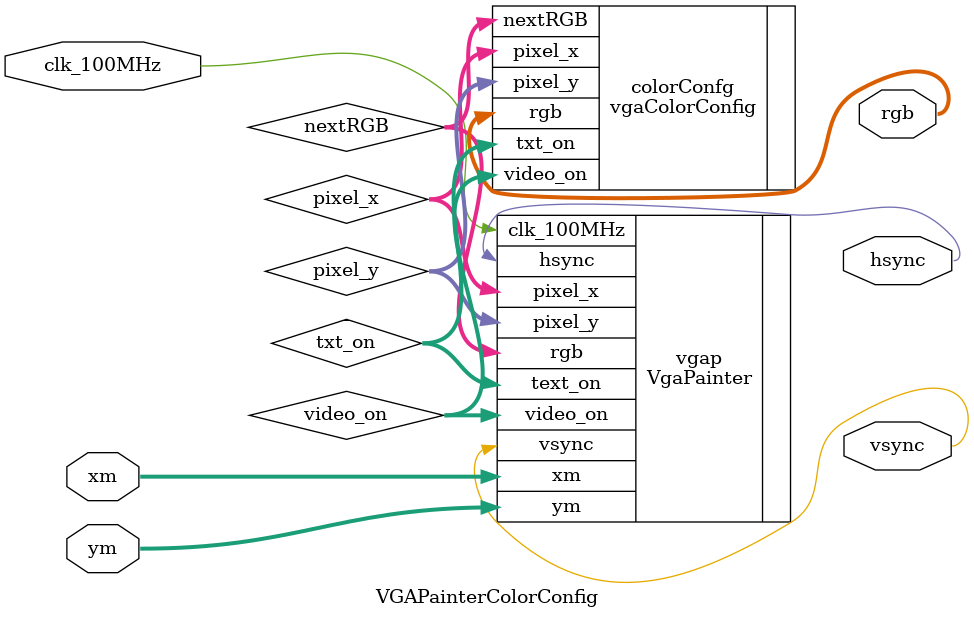
<source format=v>
`timescale 1ns / 1ps
module VGAPainterColorConfig(
	input wire clk_100MHz,
	input wire [9:0] xm, ym,	
   output wire hsync, vsync,
   output wire [2:0] rgb	
	);

	wire [2:0] nextRGB;
	wire [31:0] txt_on;
	wire [2:0] video_on;
	wire [9:0] pixel_x, pixel_y;
	
		//Instanciacion para la sincronización con vga
	 
	 	VgaPainter vgap (  
		.clk_100MHz(clk_100MHz), 
		.hsync(hsync), 
		.vsync(vsync), 
		.rgb(nextRGB),
		.video_on(video_on),
		.text_on(txt_on),
		.pixel_x(pixel_x),
		.pixel_y(pixel_y),
		.xm(xm),
		.ym(ym)		
	);	
	
	//Instanciación para la configuración de colores
		vgaColorConfig colorConfg (
		.nextRGB(nextRGB), 
		.video_on(video_on), 
		.rgb(rgb),
		.txt_on(txt_on),
		.pixel_x(pixel_x),
		.pixel_y(pixel_y)
	);


endmodule

</source>
